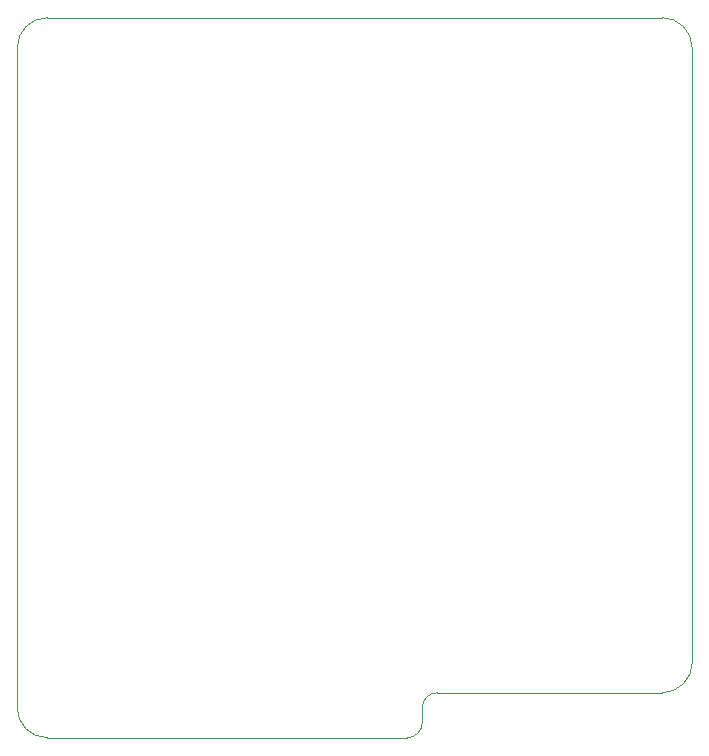
<source format=gbr>
G04 #@! TF.GenerationSoftware,KiCad,Pcbnew,(5.1.2)-1*
G04 #@! TF.CreationDate,2019-08-14T03:07:58+02:00*
G04 #@! TF.ProjectId,SmokESP8266,536d6f6b-4553-4503-9832-36362e6b6963,rev?*
G04 #@! TF.SameCoordinates,Original*
G04 #@! TF.FileFunction,Profile,NP*
%FSLAX46Y46*%
G04 Gerber Fmt 4.6, Leading zero omitted, Abs format (unit mm)*
G04 Created by KiCad (PCBNEW (5.1.2)-1) date 2019-08-14 03:07:58*
%MOMM*%
%LPD*%
G04 APERTURE LIST*
%ADD10C,0.050000*%
G04 APERTURE END LIST*
D10*
X134620000Y-71120000D02*
G75*
G02X137160000Y-73660000I0J-2540000D01*
G01*
X80010000Y-73660000D02*
G75*
G02X82550000Y-71120000I2540000J0D01*
G01*
X80010000Y-73660000D02*
X80010000Y-129540000D01*
X134620000Y-71120000D02*
X82550000Y-71120000D01*
X137160000Y-125730000D02*
X137160000Y-73660000D01*
X114300000Y-130810000D02*
G75*
G02X113030000Y-132080000I-1270000J0D01*
G01*
X114300000Y-129540000D02*
G75*
G02X115570000Y-128270000I1270000J0D01*
G01*
X137160000Y-125730000D02*
G75*
G02X134620000Y-128270000I-2540000J0D01*
G01*
X82550000Y-132080000D02*
G75*
G02X80010000Y-129540000I0J2540000D01*
G01*
X87630000Y-132080000D02*
X82550000Y-132080000D01*
X115570000Y-128270000D02*
X134620000Y-128270000D01*
X114300000Y-130810000D02*
X114300000Y-129540000D01*
X87630000Y-132080000D02*
X113030000Y-132080000D01*
M02*

</source>
